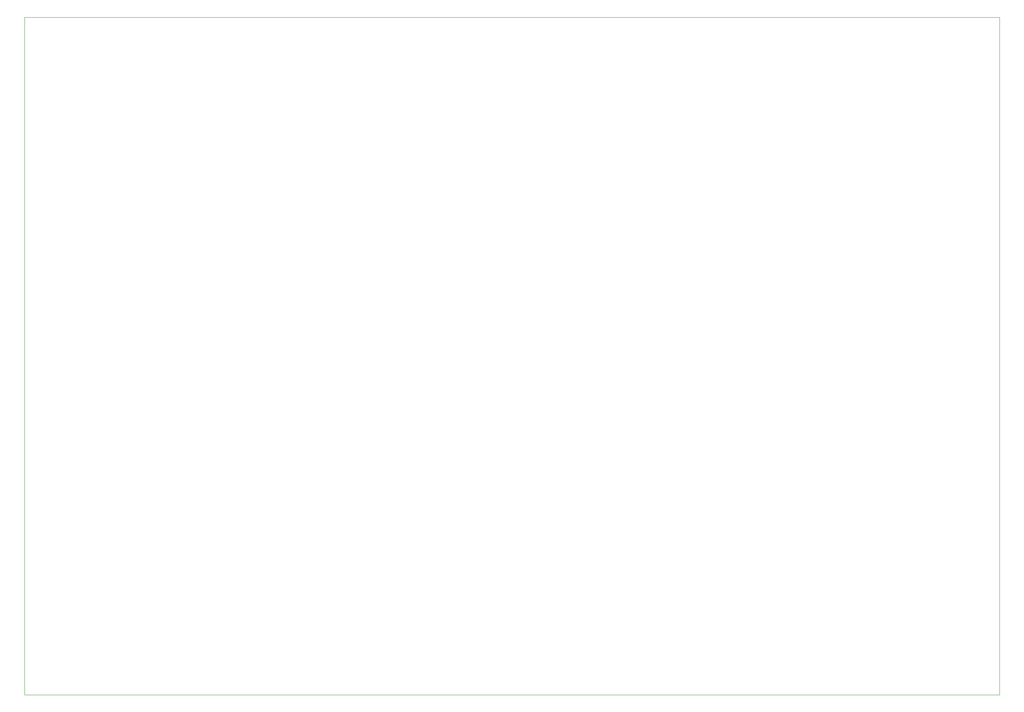
<source format=gbr>
%TF.GenerationSoftware,KiCad,Pcbnew,(5.1.12)-1*%
%TF.CreationDate,2021-11-16T18:17:41+08:00*%
%TF.ProjectId,CVModule,43564d6f-6475-46c6-952e-6b696361645f,rev?*%
%TF.SameCoordinates,Original*%
%TF.FileFunction,Profile,NP*%
%FSLAX46Y46*%
G04 Gerber Fmt 4.6, Leading zero omitted, Abs format (unit mm)*
G04 Created by KiCad (PCBNEW (5.1.12)-1) date 2021-11-16 18:17:41*
%MOMM*%
%LPD*%
G01*
G04 APERTURE LIST*
%TA.AperFunction,Profile*%
%ADD10C,0.050000*%
%TD*%
G04 APERTURE END LIST*
D10*
X254450000Y-27432000D02*
X254450000Y-177432000D01*
X38735000Y-27432000D02*
X38735000Y-177432000D01*
X38735000Y-177432000D02*
X254450000Y-177432000D01*
X38735000Y-27432000D02*
X254450000Y-27432000D01*
M02*

</source>
